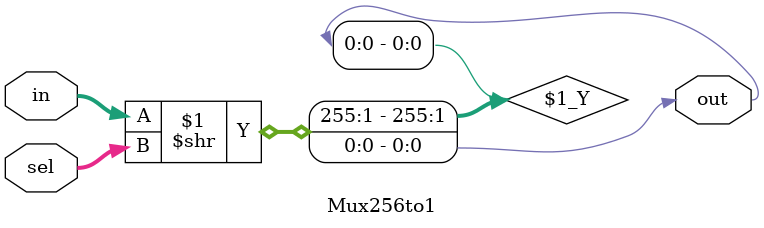
<source format=v>
module Mux256to1(
  input  [255:0] in,
  input  [7:0]   sel,
  output         out
);
  assign out = in >> sel; // @[Mux256to1.scala 10:10]
endmodule

</source>
